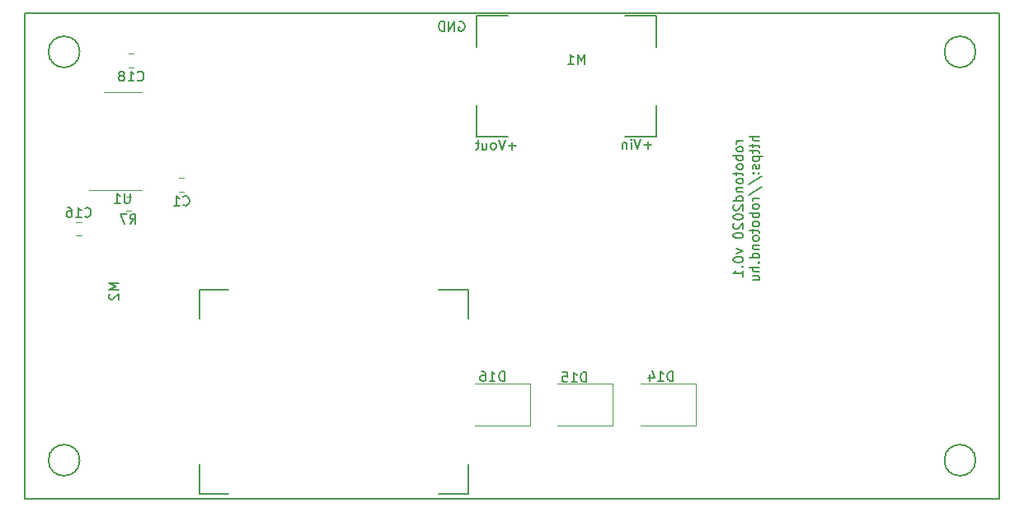
<source format=gbr>
%TF.GenerationSoftware,KiCad,Pcbnew,5.0.0-fee4fd1~66~ubuntu16.04.1*%
%TF.CreationDate,2020-03-09T22:27:40+01:00*%
%TF.ProjectId,robotond2020_ch340,726F626F746F6E64323032305F636833,rev?*%
%TF.SameCoordinates,Original*%
%TF.FileFunction,Legend,Bot*%
%TF.FilePolarity,Positive*%
%FSLAX46Y46*%
G04 Gerber Fmt 4.6, Leading zero omitted, Abs format (unit mm)*
G04 Created by KiCad (PCBNEW 5.0.0-fee4fd1~66~ubuntu16.04.1) date Mon Mar  9 22:27:40 2020*
%MOMM*%
%LPD*%
G01*
G04 APERTURE LIST*
%ADD10C,0.150000*%
%ADD11C,0.200000*%
%ADD12C,0.120000*%
G04 APERTURE END LIST*
D10*
X173727380Y-63171428D02*
X173060714Y-63171428D01*
X173251190Y-63171428D02*
X173155952Y-63219047D01*
X173108333Y-63266666D01*
X173060714Y-63361904D01*
X173060714Y-63457142D01*
X173727380Y-63933333D02*
X173679761Y-63838095D01*
X173632142Y-63790476D01*
X173536904Y-63742857D01*
X173251190Y-63742857D01*
X173155952Y-63790476D01*
X173108333Y-63838095D01*
X173060714Y-63933333D01*
X173060714Y-64076190D01*
X173108333Y-64171428D01*
X173155952Y-64219047D01*
X173251190Y-64266666D01*
X173536904Y-64266666D01*
X173632142Y-64219047D01*
X173679761Y-64171428D01*
X173727380Y-64076190D01*
X173727380Y-63933333D01*
X173727380Y-64695238D02*
X172727380Y-64695238D01*
X173108333Y-64695238D02*
X173060714Y-64790476D01*
X173060714Y-64980952D01*
X173108333Y-65076190D01*
X173155952Y-65123809D01*
X173251190Y-65171428D01*
X173536904Y-65171428D01*
X173632142Y-65123809D01*
X173679761Y-65076190D01*
X173727380Y-64980952D01*
X173727380Y-64790476D01*
X173679761Y-64695238D01*
X173727380Y-65742857D02*
X173679761Y-65647619D01*
X173632142Y-65600000D01*
X173536904Y-65552380D01*
X173251190Y-65552380D01*
X173155952Y-65600000D01*
X173108333Y-65647619D01*
X173060714Y-65742857D01*
X173060714Y-65885714D01*
X173108333Y-65980952D01*
X173155952Y-66028571D01*
X173251190Y-66076190D01*
X173536904Y-66076190D01*
X173632142Y-66028571D01*
X173679761Y-65980952D01*
X173727380Y-65885714D01*
X173727380Y-65742857D01*
X173060714Y-66361904D02*
X173060714Y-66742857D01*
X172727380Y-66504761D02*
X173584523Y-66504761D01*
X173679761Y-66552380D01*
X173727380Y-66647619D01*
X173727380Y-66742857D01*
X173727380Y-67219047D02*
X173679761Y-67123809D01*
X173632142Y-67076190D01*
X173536904Y-67028571D01*
X173251190Y-67028571D01*
X173155952Y-67076190D01*
X173108333Y-67123809D01*
X173060714Y-67219047D01*
X173060714Y-67361904D01*
X173108333Y-67457142D01*
X173155952Y-67504761D01*
X173251190Y-67552380D01*
X173536904Y-67552380D01*
X173632142Y-67504761D01*
X173679761Y-67457142D01*
X173727380Y-67361904D01*
X173727380Y-67219047D01*
X173060714Y-67980952D02*
X173727380Y-67980952D01*
X173155952Y-67980952D02*
X173108333Y-68028571D01*
X173060714Y-68123809D01*
X173060714Y-68266666D01*
X173108333Y-68361904D01*
X173203571Y-68409523D01*
X173727380Y-68409523D01*
X173727380Y-69314285D02*
X172727380Y-69314285D01*
X173679761Y-69314285D02*
X173727380Y-69219047D01*
X173727380Y-69028571D01*
X173679761Y-68933333D01*
X173632142Y-68885714D01*
X173536904Y-68838095D01*
X173251190Y-68838095D01*
X173155952Y-68885714D01*
X173108333Y-68933333D01*
X173060714Y-69028571D01*
X173060714Y-69219047D01*
X173108333Y-69314285D01*
X172822619Y-69742857D02*
X172775000Y-69790476D01*
X172727380Y-69885714D01*
X172727380Y-70123809D01*
X172775000Y-70219047D01*
X172822619Y-70266666D01*
X172917857Y-70314285D01*
X173013095Y-70314285D01*
X173155952Y-70266666D01*
X173727380Y-69695238D01*
X173727380Y-70314285D01*
X172727380Y-70933333D02*
X172727380Y-71028571D01*
X172775000Y-71123809D01*
X172822619Y-71171428D01*
X172917857Y-71219047D01*
X173108333Y-71266666D01*
X173346428Y-71266666D01*
X173536904Y-71219047D01*
X173632142Y-71171428D01*
X173679761Y-71123809D01*
X173727380Y-71028571D01*
X173727380Y-70933333D01*
X173679761Y-70838095D01*
X173632142Y-70790476D01*
X173536904Y-70742857D01*
X173346428Y-70695238D01*
X173108333Y-70695238D01*
X172917857Y-70742857D01*
X172822619Y-70790476D01*
X172775000Y-70838095D01*
X172727380Y-70933333D01*
X172822619Y-71647619D02*
X172775000Y-71695238D01*
X172727380Y-71790476D01*
X172727380Y-72028571D01*
X172775000Y-72123809D01*
X172822619Y-72171428D01*
X172917857Y-72219047D01*
X173013095Y-72219047D01*
X173155952Y-72171428D01*
X173727380Y-71600000D01*
X173727380Y-72219047D01*
X172727380Y-72838095D02*
X172727380Y-72933333D01*
X172775000Y-73028571D01*
X172822619Y-73076190D01*
X172917857Y-73123809D01*
X173108333Y-73171428D01*
X173346428Y-73171428D01*
X173536904Y-73123809D01*
X173632142Y-73076190D01*
X173679761Y-73028571D01*
X173727380Y-72933333D01*
X173727380Y-72838095D01*
X173679761Y-72742857D01*
X173632142Y-72695238D01*
X173536904Y-72647619D01*
X173346428Y-72600000D01*
X173108333Y-72600000D01*
X172917857Y-72647619D01*
X172822619Y-72695238D01*
X172775000Y-72742857D01*
X172727380Y-72838095D01*
X173060714Y-74266666D02*
X173727380Y-74504761D01*
X173060714Y-74742857D01*
X172727380Y-75314285D02*
X172727380Y-75409523D01*
X172775000Y-75504761D01*
X172822619Y-75552380D01*
X172917857Y-75600000D01*
X173108333Y-75647619D01*
X173346428Y-75647619D01*
X173536904Y-75600000D01*
X173632142Y-75552380D01*
X173679761Y-75504761D01*
X173727380Y-75409523D01*
X173727380Y-75314285D01*
X173679761Y-75219047D01*
X173632142Y-75171428D01*
X173536904Y-75123809D01*
X173346428Y-75076190D01*
X173108333Y-75076190D01*
X172917857Y-75123809D01*
X172822619Y-75171428D01*
X172775000Y-75219047D01*
X172727380Y-75314285D01*
X173632142Y-76076190D02*
X173679761Y-76123809D01*
X173727380Y-76076190D01*
X173679761Y-76028571D01*
X173632142Y-76076190D01*
X173727380Y-76076190D01*
X173727380Y-77076190D02*
X173727380Y-76504761D01*
X173727380Y-76790476D02*
X172727380Y-76790476D01*
X172870238Y-76695238D01*
X172965476Y-76600000D01*
X173013095Y-76504761D01*
X175377380Y-62719047D02*
X174377380Y-62719047D01*
X175377380Y-63147619D02*
X174853571Y-63147619D01*
X174758333Y-63100000D01*
X174710714Y-63004761D01*
X174710714Y-62861904D01*
X174758333Y-62766666D01*
X174805952Y-62719047D01*
X174710714Y-63480952D02*
X174710714Y-63861904D01*
X174377380Y-63623809D02*
X175234523Y-63623809D01*
X175329761Y-63671428D01*
X175377380Y-63766666D01*
X175377380Y-63861904D01*
X174710714Y-64052380D02*
X174710714Y-64433333D01*
X174377380Y-64195238D02*
X175234523Y-64195238D01*
X175329761Y-64242857D01*
X175377380Y-64338095D01*
X175377380Y-64433333D01*
X174710714Y-64766666D02*
X175710714Y-64766666D01*
X174758333Y-64766666D02*
X174710714Y-64861904D01*
X174710714Y-65052380D01*
X174758333Y-65147619D01*
X174805952Y-65195238D01*
X174901190Y-65242857D01*
X175186904Y-65242857D01*
X175282142Y-65195238D01*
X175329761Y-65147619D01*
X175377380Y-65052380D01*
X175377380Y-64861904D01*
X175329761Y-64766666D01*
X175329761Y-65623809D02*
X175377380Y-65719047D01*
X175377380Y-65909523D01*
X175329761Y-66004761D01*
X175234523Y-66052380D01*
X175186904Y-66052380D01*
X175091666Y-66004761D01*
X175044047Y-65909523D01*
X175044047Y-65766666D01*
X174996428Y-65671428D01*
X174901190Y-65623809D01*
X174853571Y-65623809D01*
X174758333Y-65671428D01*
X174710714Y-65766666D01*
X174710714Y-65909523D01*
X174758333Y-66004761D01*
X175282142Y-66480952D02*
X175329761Y-66528571D01*
X175377380Y-66480952D01*
X175329761Y-66433333D01*
X175282142Y-66480952D01*
X175377380Y-66480952D01*
X174758333Y-66480952D02*
X174805952Y-66528571D01*
X174853571Y-66480952D01*
X174805952Y-66433333D01*
X174758333Y-66480952D01*
X174853571Y-66480952D01*
X174329761Y-67671428D02*
X175615476Y-66814285D01*
X174329761Y-68719047D02*
X175615476Y-67861904D01*
X175377380Y-69052380D02*
X174710714Y-69052380D01*
X174901190Y-69052380D02*
X174805952Y-69100000D01*
X174758333Y-69147619D01*
X174710714Y-69242857D01*
X174710714Y-69338095D01*
X175377380Y-69814285D02*
X175329761Y-69719047D01*
X175282142Y-69671428D01*
X175186904Y-69623809D01*
X174901190Y-69623809D01*
X174805952Y-69671428D01*
X174758333Y-69719047D01*
X174710714Y-69814285D01*
X174710714Y-69957142D01*
X174758333Y-70052380D01*
X174805952Y-70100000D01*
X174901190Y-70147619D01*
X175186904Y-70147619D01*
X175282142Y-70100000D01*
X175329761Y-70052380D01*
X175377380Y-69957142D01*
X175377380Y-69814285D01*
X175377380Y-70576190D02*
X174377380Y-70576190D01*
X174758333Y-70576190D02*
X174710714Y-70671428D01*
X174710714Y-70861904D01*
X174758333Y-70957142D01*
X174805952Y-71004761D01*
X174901190Y-71052380D01*
X175186904Y-71052380D01*
X175282142Y-71004761D01*
X175329761Y-70957142D01*
X175377380Y-70861904D01*
X175377380Y-70671428D01*
X175329761Y-70576190D01*
X175377380Y-71623809D02*
X175329761Y-71528571D01*
X175282142Y-71480952D01*
X175186904Y-71433333D01*
X174901190Y-71433333D01*
X174805952Y-71480952D01*
X174758333Y-71528571D01*
X174710714Y-71623809D01*
X174710714Y-71766666D01*
X174758333Y-71861904D01*
X174805952Y-71909523D01*
X174901190Y-71957142D01*
X175186904Y-71957142D01*
X175282142Y-71909523D01*
X175329761Y-71861904D01*
X175377380Y-71766666D01*
X175377380Y-71623809D01*
X174710714Y-72242857D02*
X174710714Y-72623809D01*
X174377380Y-72385714D02*
X175234523Y-72385714D01*
X175329761Y-72433333D01*
X175377380Y-72528571D01*
X175377380Y-72623809D01*
X175377380Y-73100000D02*
X175329761Y-73004761D01*
X175282142Y-72957142D01*
X175186904Y-72909523D01*
X174901190Y-72909523D01*
X174805952Y-72957142D01*
X174758333Y-73004761D01*
X174710714Y-73100000D01*
X174710714Y-73242857D01*
X174758333Y-73338095D01*
X174805952Y-73385714D01*
X174901190Y-73433333D01*
X175186904Y-73433333D01*
X175282142Y-73385714D01*
X175329761Y-73338095D01*
X175377380Y-73242857D01*
X175377380Y-73100000D01*
X174710714Y-73861904D02*
X175377380Y-73861904D01*
X174805952Y-73861904D02*
X174758333Y-73909523D01*
X174710714Y-74004761D01*
X174710714Y-74147619D01*
X174758333Y-74242857D01*
X174853571Y-74290476D01*
X175377380Y-74290476D01*
X175377380Y-75195238D02*
X174377380Y-75195238D01*
X175329761Y-75195238D02*
X175377380Y-75100000D01*
X175377380Y-74909523D01*
X175329761Y-74814285D01*
X175282142Y-74766666D01*
X175186904Y-74719047D01*
X174901190Y-74719047D01*
X174805952Y-74766666D01*
X174758333Y-74814285D01*
X174710714Y-74909523D01*
X174710714Y-75100000D01*
X174758333Y-75195238D01*
X175282142Y-75671428D02*
X175329761Y-75719047D01*
X175377380Y-75671428D01*
X175329761Y-75623809D01*
X175282142Y-75671428D01*
X175377380Y-75671428D01*
X175377380Y-76147619D02*
X174377380Y-76147619D01*
X175377380Y-76576190D02*
X174853571Y-76576190D01*
X174758333Y-76528571D01*
X174710714Y-76433333D01*
X174710714Y-76290476D01*
X174758333Y-76195238D01*
X174805952Y-76147619D01*
X174710714Y-77480952D02*
X175377380Y-77480952D01*
X174710714Y-77052380D02*
X175234523Y-77052380D01*
X175329761Y-77100000D01*
X175377380Y-77195238D01*
X175377380Y-77338095D01*
X175329761Y-77433333D01*
X175282142Y-77480952D01*
D11*
X197600000Y-96000000D02*
G75*
G03X197600000Y-96000000I-1600000J0D01*
G01*
X105600000Y-96000000D02*
G75*
G03X105600000Y-96000000I-1600000J0D01*
G01*
X105600000Y-54000000D02*
G75*
G03X105600000Y-54000000I-1600000J0D01*
G01*
X197600000Y-54000000D02*
G75*
G03X197600000Y-54000000I-1600000J0D01*
G01*
D10*
X100000000Y-100000000D02*
X100000000Y-50000000D01*
X200000000Y-100000000D02*
X100000000Y-100000000D01*
X200000000Y-50000000D02*
X200000000Y-100000000D01*
X100000000Y-50000000D02*
X200000000Y-50000000D01*
D12*
X168900000Y-88150000D02*
X168900000Y-92450000D01*
X168900000Y-92450000D02*
X163200000Y-92450000D01*
X168900000Y-88150000D02*
X163200000Y-88150000D01*
X160350000Y-88150000D02*
X154650000Y-88150000D01*
X160350000Y-92450000D02*
X154650000Y-92450000D01*
X160350000Y-88150000D02*
X160350000Y-92450000D01*
X151850000Y-88150000D02*
X151850000Y-92450000D01*
X151850000Y-92450000D02*
X146150000Y-92450000D01*
X151850000Y-88150000D02*
X146150000Y-88150000D01*
D10*
X164850000Y-53500000D02*
X164850000Y-50250000D01*
X164850000Y-50250000D02*
X161600000Y-50250000D01*
X149600000Y-50250000D02*
X146350000Y-50250000D01*
X146350000Y-50250000D02*
X146350000Y-53500000D01*
X146350000Y-59500000D02*
X146350000Y-62750000D01*
X146350000Y-62750000D02*
X149600000Y-62750000D01*
X161600000Y-62750000D02*
X164850000Y-62750000D01*
X164850000Y-62750000D02*
X164850000Y-59500000D01*
X120900000Y-78450000D02*
X117900000Y-78450000D01*
X117900000Y-78450000D02*
X117900000Y-81450000D01*
X117900000Y-96450000D02*
X117900000Y-99450000D01*
X117900000Y-99450000D02*
X120900000Y-99450000D01*
X142500000Y-78450000D02*
X145500000Y-78450000D01*
X145500000Y-78450000D02*
X145500000Y-81450000D01*
X145500000Y-96450000D02*
X145500000Y-99450000D01*
X142500000Y-99450000D02*
X145500000Y-99450000D01*
D12*
X115813749Y-66990000D02*
X116336253Y-66990000D01*
X115813749Y-68410000D02*
X116336253Y-68410000D01*
X105761252Y-71490000D02*
X105238748Y-71490000D01*
X105761252Y-72910000D02*
X105238748Y-72910000D01*
X110638748Y-54190000D02*
X111161252Y-54190000D01*
X110638748Y-55610000D02*
X111161252Y-55610000D01*
X110338748Y-70310000D02*
X110861252Y-70310000D01*
X110338748Y-68890000D02*
X110861252Y-68890000D01*
X110000000Y-58140000D02*
X111950000Y-58140000D01*
X110000000Y-58140000D02*
X108050000Y-58140000D01*
X110000000Y-68260000D02*
X111950000Y-68260000D01*
X110000000Y-68260000D02*
X106550000Y-68260000D01*
D10*
X166514285Y-87852380D02*
X166514285Y-86852380D01*
X166276190Y-86852380D01*
X166133333Y-86900000D01*
X166038095Y-86995238D01*
X165990476Y-87090476D01*
X165942857Y-87280952D01*
X165942857Y-87423809D01*
X165990476Y-87614285D01*
X166038095Y-87709523D01*
X166133333Y-87804761D01*
X166276190Y-87852380D01*
X166514285Y-87852380D01*
X164990476Y-87852380D02*
X165561904Y-87852380D01*
X165276190Y-87852380D02*
X165276190Y-86852380D01*
X165371428Y-86995238D01*
X165466666Y-87090476D01*
X165561904Y-87138095D01*
X164133333Y-87185714D02*
X164133333Y-87852380D01*
X164371428Y-86804761D02*
X164609523Y-87519047D01*
X163990476Y-87519047D01*
X157614285Y-87952380D02*
X157614285Y-86952380D01*
X157376190Y-86952380D01*
X157233333Y-87000000D01*
X157138095Y-87095238D01*
X157090476Y-87190476D01*
X157042857Y-87380952D01*
X157042857Y-87523809D01*
X157090476Y-87714285D01*
X157138095Y-87809523D01*
X157233333Y-87904761D01*
X157376190Y-87952380D01*
X157614285Y-87952380D01*
X156090476Y-87952380D02*
X156661904Y-87952380D01*
X156376190Y-87952380D02*
X156376190Y-86952380D01*
X156471428Y-87095238D01*
X156566666Y-87190476D01*
X156661904Y-87238095D01*
X155185714Y-86952380D02*
X155661904Y-86952380D01*
X155709523Y-87428571D01*
X155661904Y-87380952D01*
X155566666Y-87333333D01*
X155328571Y-87333333D01*
X155233333Y-87380952D01*
X155185714Y-87428571D01*
X155138095Y-87523809D01*
X155138095Y-87761904D01*
X155185714Y-87857142D01*
X155233333Y-87904761D01*
X155328571Y-87952380D01*
X155566666Y-87952380D01*
X155661904Y-87904761D01*
X155709523Y-87857142D01*
X149214285Y-87852380D02*
X149214285Y-86852380D01*
X148976190Y-86852380D01*
X148833333Y-86900000D01*
X148738095Y-86995238D01*
X148690476Y-87090476D01*
X148642857Y-87280952D01*
X148642857Y-87423809D01*
X148690476Y-87614285D01*
X148738095Y-87709523D01*
X148833333Y-87804761D01*
X148976190Y-87852380D01*
X149214285Y-87852380D01*
X147690476Y-87852380D02*
X148261904Y-87852380D01*
X147976190Y-87852380D02*
X147976190Y-86852380D01*
X148071428Y-86995238D01*
X148166666Y-87090476D01*
X148261904Y-87138095D01*
X146833333Y-86852380D02*
X147023809Y-86852380D01*
X147119047Y-86900000D01*
X147166666Y-86947619D01*
X147261904Y-87090476D01*
X147309523Y-87280952D01*
X147309523Y-87661904D01*
X147261904Y-87757142D01*
X147214285Y-87804761D01*
X147119047Y-87852380D01*
X146928571Y-87852380D01*
X146833333Y-87804761D01*
X146785714Y-87757142D01*
X146738095Y-87661904D01*
X146738095Y-87423809D01*
X146785714Y-87328571D01*
X146833333Y-87280952D01*
X146928571Y-87233333D01*
X147119047Y-87233333D01*
X147214285Y-87280952D01*
X147261904Y-87328571D01*
X147309523Y-87423809D01*
X157409523Y-55252380D02*
X157409523Y-54252380D01*
X157076190Y-54966666D01*
X156742857Y-54252380D01*
X156742857Y-55252380D01*
X155742857Y-55252380D02*
X156314285Y-55252380D01*
X156028571Y-55252380D02*
X156028571Y-54252380D01*
X156123809Y-54395238D01*
X156219047Y-54490476D01*
X156314285Y-54538095D01*
X164330000Y-63601428D02*
X163568095Y-63601428D01*
X163949047Y-63982380D02*
X163949047Y-63220476D01*
X163234761Y-62982380D02*
X162901428Y-63982380D01*
X162568095Y-62982380D01*
X162234761Y-63982380D02*
X162234761Y-63315714D01*
X162234761Y-62982380D02*
X162282380Y-63030000D01*
X162234761Y-63077619D01*
X162187142Y-63030000D01*
X162234761Y-62982380D01*
X162234761Y-63077619D01*
X161758571Y-63315714D02*
X161758571Y-63982380D01*
X161758571Y-63410952D02*
X161710952Y-63363333D01*
X161615714Y-63315714D01*
X161472857Y-63315714D01*
X161377619Y-63363333D01*
X161330000Y-63458571D01*
X161330000Y-63982380D01*
X150400000Y-63661428D02*
X149638095Y-63661428D01*
X150019047Y-64042380D02*
X150019047Y-63280476D01*
X149304761Y-63042380D02*
X148971428Y-64042380D01*
X148638095Y-63042380D01*
X148161904Y-64042380D02*
X148257142Y-63994761D01*
X148304761Y-63947142D01*
X148352380Y-63851904D01*
X148352380Y-63566190D01*
X148304761Y-63470952D01*
X148257142Y-63423333D01*
X148161904Y-63375714D01*
X148019047Y-63375714D01*
X147923809Y-63423333D01*
X147876190Y-63470952D01*
X147828571Y-63566190D01*
X147828571Y-63851904D01*
X147876190Y-63947142D01*
X147923809Y-63994761D01*
X148019047Y-64042380D01*
X148161904Y-64042380D01*
X146971428Y-63375714D02*
X146971428Y-64042380D01*
X147400000Y-63375714D02*
X147400000Y-63899523D01*
X147352380Y-63994761D01*
X147257142Y-64042380D01*
X147114285Y-64042380D01*
X147019047Y-63994761D01*
X146971428Y-63947142D01*
X146638095Y-63375714D02*
X146257142Y-63375714D01*
X146495238Y-63042380D02*
X146495238Y-63899523D01*
X146447619Y-63994761D01*
X146352380Y-64042380D01*
X146257142Y-64042380D01*
X144561904Y-50900000D02*
X144657142Y-50852380D01*
X144800000Y-50852380D01*
X144942857Y-50900000D01*
X145038095Y-50995238D01*
X145085714Y-51090476D01*
X145133333Y-51280952D01*
X145133333Y-51423809D01*
X145085714Y-51614285D01*
X145038095Y-51709523D01*
X144942857Y-51804761D01*
X144800000Y-51852380D01*
X144704761Y-51852380D01*
X144561904Y-51804761D01*
X144514285Y-51757142D01*
X144514285Y-51423809D01*
X144704761Y-51423809D01*
X144085714Y-51852380D02*
X144085714Y-50852380D01*
X143514285Y-51852380D01*
X143514285Y-50852380D01*
X143038095Y-51852380D02*
X143038095Y-50852380D01*
X142800000Y-50852380D01*
X142657142Y-50900000D01*
X142561904Y-50995238D01*
X142514285Y-51090476D01*
X142466666Y-51280952D01*
X142466666Y-51423809D01*
X142514285Y-51614285D01*
X142561904Y-51709523D01*
X142657142Y-51804761D01*
X142800000Y-51852380D01*
X143038095Y-51852380D01*
X109622380Y-77810476D02*
X108622380Y-77810476D01*
X109336666Y-78143809D01*
X108622380Y-78477142D01*
X109622380Y-78477142D01*
X108717619Y-78905714D02*
X108670000Y-78953333D01*
X108622380Y-79048571D01*
X108622380Y-79286666D01*
X108670000Y-79381904D01*
X108717619Y-79429523D01*
X108812857Y-79477142D01*
X108908095Y-79477142D01*
X109050952Y-79429523D01*
X109622380Y-78858095D01*
X109622380Y-79477142D01*
X116241667Y-69707142D02*
X116289286Y-69754761D01*
X116432143Y-69802380D01*
X116527381Y-69802380D01*
X116670239Y-69754761D01*
X116765477Y-69659523D01*
X116813096Y-69564285D01*
X116860715Y-69373809D01*
X116860715Y-69230952D01*
X116813096Y-69040476D01*
X116765477Y-68945238D01*
X116670239Y-68850000D01*
X116527381Y-68802380D01*
X116432143Y-68802380D01*
X116289286Y-68850000D01*
X116241667Y-68897619D01*
X115289286Y-69802380D02*
X115860715Y-69802380D01*
X115575001Y-69802380D02*
X115575001Y-68802380D01*
X115670239Y-68945238D01*
X115765477Y-69040476D01*
X115860715Y-69088095D01*
X106142857Y-70907142D02*
X106190476Y-70954761D01*
X106333333Y-71002380D01*
X106428571Y-71002380D01*
X106571428Y-70954761D01*
X106666666Y-70859523D01*
X106714285Y-70764285D01*
X106761904Y-70573809D01*
X106761904Y-70430952D01*
X106714285Y-70240476D01*
X106666666Y-70145238D01*
X106571428Y-70050000D01*
X106428571Y-70002380D01*
X106333333Y-70002380D01*
X106190476Y-70050000D01*
X106142857Y-70097619D01*
X105190476Y-71002380D02*
X105761904Y-71002380D01*
X105476190Y-71002380D02*
X105476190Y-70002380D01*
X105571428Y-70145238D01*
X105666666Y-70240476D01*
X105761904Y-70288095D01*
X104333333Y-70002380D02*
X104523809Y-70002380D01*
X104619047Y-70050000D01*
X104666666Y-70097619D01*
X104761904Y-70240476D01*
X104809523Y-70430952D01*
X104809523Y-70811904D01*
X104761904Y-70907142D01*
X104714285Y-70954761D01*
X104619047Y-71002380D01*
X104428571Y-71002380D01*
X104333333Y-70954761D01*
X104285714Y-70907142D01*
X104238095Y-70811904D01*
X104238095Y-70573809D01*
X104285714Y-70478571D01*
X104333333Y-70430952D01*
X104428571Y-70383333D01*
X104619047Y-70383333D01*
X104714285Y-70430952D01*
X104761904Y-70478571D01*
X104809523Y-70573809D01*
X111542857Y-56907142D02*
X111590476Y-56954761D01*
X111733333Y-57002380D01*
X111828571Y-57002380D01*
X111971428Y-56954761D01*
X112066666Y-56859523D01*
X112114285Y-56764285D01*
X112161904Y-56573809D01*
X112161904Y-56430952D01*
X112114285Y-56240476D01*
X112066666Y-56145238D01*
X111971428Y-56050000D01*
X111828571Y-56002380D01*
X111733333Y-56002380D01*
X111590476Y-56050000D01*
X111542857Y-56097619D01*
X110590476Y-57002380D02*
X111161904Y-57002380D01*
X110876190Y-57002380D02*
X110876190Y-56002380D01*
X110971428Y-56145238D01*
X111066666Y-56240476D01*
X111161904Y-56288095D01*
X110019047Y-56430952D02*
X110114285Y-56383333D01*
X110161904Y-56335714D01*
X110209523Y-56240476D01*
X110209523Y-56192857D01*
X110161904Y-56097619D01*
X110114285Y-56050000D01*
X110019047Y-56002380D01*
X109828571Y-56002380D01*
X109733333Y-56050000D01*
X109685714Y-56097619D01*
X109638095Y-56192857D01*
X109638095Y-56240476D01*
X109685714Y-56335714D01*
X109733333Y-56383333D01*
X109828571Y-56430952D01*
X110019047Y-56430952D01*
X110114285Y-56478571D01*
X110161904Y-56526190D01*
X110209523Y-56621428D01*
X110209523Y-56811904D01*
X110161904Y-56907142D01*
X110114285Y-56954761D01*
X110019047Y-57002380D01*
X109828571Y-57002380D01*
X109733333Y-56954761D01*
X109685714Y-56907142D01*
X109638095Y-56811904D01*
X109638095Y-56621428D01*
X109685714Y-56526190D01*
X109733333Y-56478571D01*
X109828571Y-56430952D01*
X110766666Y-71702380D02*
X111100000Y-71226190D01*
X111338095Y-71702380D02*
X111338095Y-70702380D01*
X110957142Y-70702380D01*
X110861904Y-70750000D01*
X110814285Y-70797619D01*
X110766666Y-70892857D01*
X110766666Y-71035714D01*
X110814285Y-71130952D01*
X110861904Y-71178571D01*
X110957142Y-71226190D01*
X111338095Y-71226190D01*
X110433333Y-70702380D02*
X109766666Y-70702380D01*
X110195238Y-71702380D01*
X110761904Y-68552380D02*
X110761904Y-69361904D01*
X110714285Y-69457142D01*
X110666666Y-69504761D01*
X110571428Y-69552380D01*
X110380952Y-69552380D01*
X110285714Y-69504761D01*
X110238095Y-69457142D01*
X110190476Y-69361904D01*
X110190476Y-68552380D01*
X109190476Y-69552380D02*
X109761904Y-69552380D01*
X109476190Y-69552380D02*
X109476190Y-68552380D01*
X109571428Y-68695238D01*
X109666666Y-68790476D01*
X109761904Y-68838095D01*
M02*

</source>
